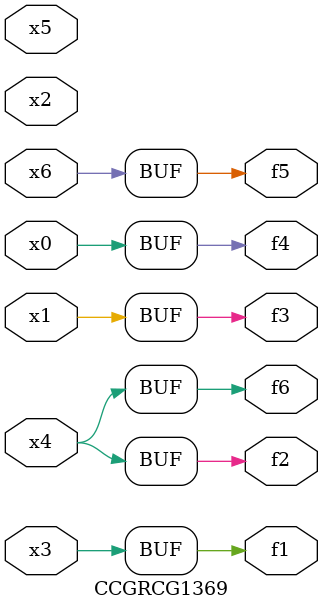
<source format=v>
module CCGRCG1369(
	input x0, x1, x2, x3, x4, x5, x6,
	output f1, f2, f3, f4, f5, f6
);
	assign f1 = x3;
	assign f2 = x4;
	assign f3 = x1;
	assign f4 = x0;
	assign f5 = x6;
	assign f6 = x4;
endmodule

</source>
